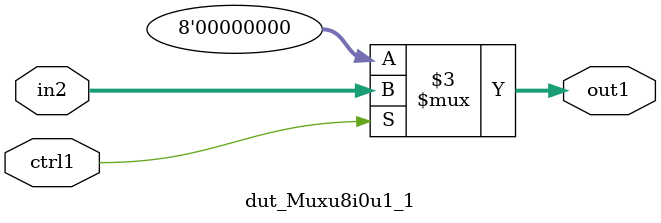
<source format=v>

`timescale 1ps / 1ps


module dut_Muxu8i0u1_1( in2, ctrl1, out1 );

    input [7:0] in2;
    input ctrl1;
    output [7:0] out1;
    reg [7:0] out1;

    
    // rtl_process:dut_Muxu8i0u1_1/dut_Muxu8i0u1_1_thread_1
    always @*
      begin : dut_Muxu8i0u1_1_thread_1
        case (ctrl1) 
          1'b1: 
            begin
              out1 = in2;
            end
          default: 
            begin
              out1 = 8'd000;
            end
        endcase
      end

endmodule




</source>
